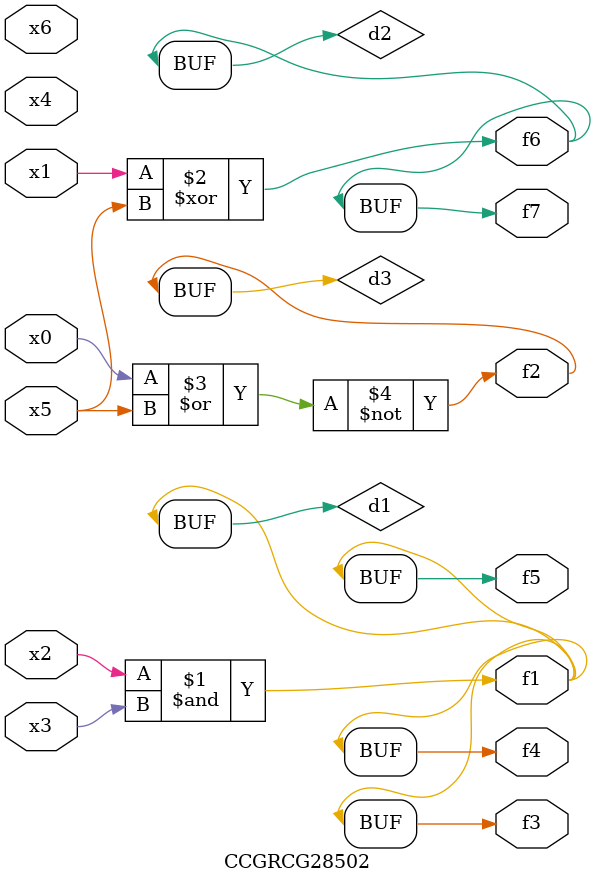
<source format=v>
module CCGRCG28502(
	input x0, x1, x2, x3, x4, x5, x6,
	output f1, f2, f3, f4, f5, f6, f7
);

	wire d1, d2, d3;

	and (d1, x2, x3);
	xor (d2, x1, x5);
	nor (d3, x0, x5);
	assign f1 = d1;
	assign f2 = d3;
	assign f3 = d1;
	assign f4 = d1;
	assign f5 = d1;
	assign f6 = d2;
	assign f7 = d2;
endmodule

</source>
